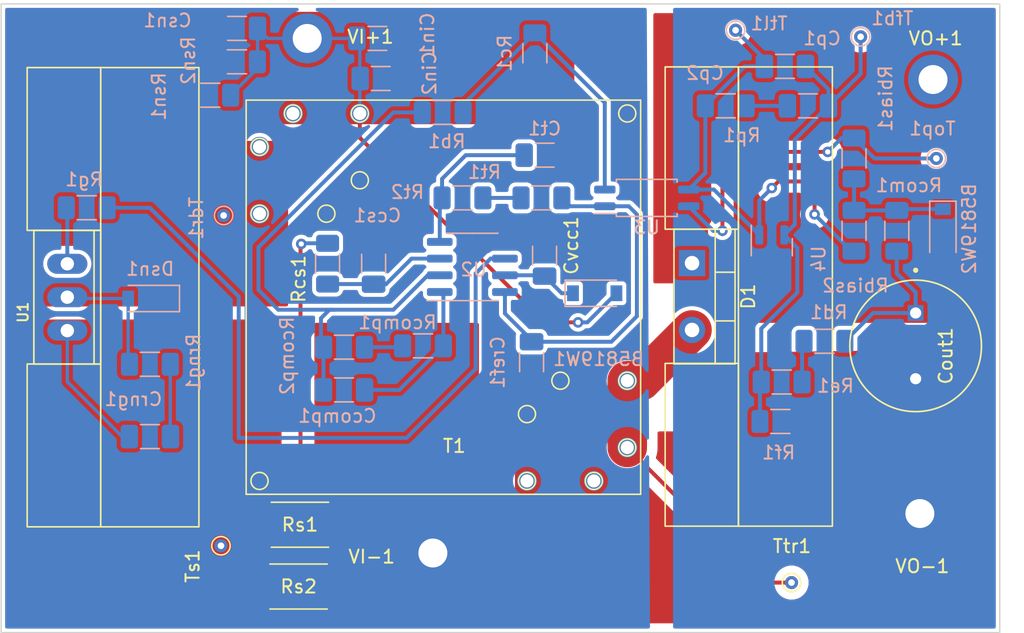
<source format=kicad_pcb>
(kicad_pcb (version 20211014) (generator pcbnew)
  (layers (0 "F.Cu" signal) (31 "B.Cu" signal) (34 "B.Paste" user) (35 "F.Paste" user) (36 "B.SilkS" user "B.Silkscreen") (37 "F.SilkS" user "F.Silkscreen") (38 "B.Mask" user) (39 "F.Mask" user) (44 "Edge.Cuts" user))
  (net 0 "")
  (net 1 "/CVCC")
  (net 2 "Vin")
  (net 3 "Net-(B5819W2-Pad1)")
  (net 4 "GND")
  (net 5 "Net-(Ccomp1-Pad1)")
  (net 6 "Net-(Ccomp1-Pad2)")
  (net 7 "Net-(Ccs1-Pad1)")
  (net 8 "Vout+")
  (net 9 "Vout-")
  (net 10 "Net-(Cp1-Pad1)")
  (net 11 "Net-(Cp1-Pad2)")
  (net 12 "Net-(Cp2-Pad2)")
  (net 13 "Net-(Cref1-Pad1)")
  (net 14 "Net-(Ct1-Pad1)")
  (net 15 "Net-(D1-Pad2)")
  (net 16 "Vdr")
  (net 17 "Net-(Rb1-Pad1)")
  (net 18 "Net-(Rbias1-Pad2)")
  (net 19 "Net-(Rcomp1-Pad1)")
  (net 20 "Vs")
  (net 21 "Net-(Rd1-Pad2)")
  (net 22 "Net-(Rg1-Pad1)")
  (net 23 "Net-(Rt1-Pad2)")
  (net 24 "Net-(Rg1-Pad2)")
  (net 25 "Net-(Rrng1-Pad2)")
  (footprint "MountingHole:MountingHole_2.2mm_M2_DIN965_Pad" (layer "F.Cu") (at 133.5 78.75)
    (fp_text reference "VI-1" (at -4.6482 0.2794) (layer "F.SilkS"))
    (fp_text value "MountingHole_Pad")
    (pad "1" thru_hole circle (at 0 0) (size 3.8 3.8) (drill 2.2) (layers *.Cu *.Mask) (net 4 "GND"))
  )
  (footprint "IRLZ34NPBF:TO-220_with_heatsink" (layer "F.Cu") (at 105.725 59.3 -90)
    (fp_text reference "U1" (at 1.152 3.363 90) (layer "F.SilkS") (effects (font (size 0.787402 0.787402))))
    (fp_text value "IRLZ34NPBF")
    (fp_line (start -5.08 -2.032) (end -5.08 -2.54) (layer "F.SilkS") (width 0.127))
    (fp_line (start 5.08 -2.54) (end 5.08 -2.032) (layer "F.SilkS") (width 0.127))
    (fp_line (start -5.08 2.54) (end -5.08 -2.032) (layer "F.SilkS") (width 0.127))
    (fp_line (start -5.08 -2.54) (end 5.08 -2.54) (layer "F.SilkS") (width 0.127))
    (fp_line (start 5.08 -2.032) (end 5.08 2.54) (layer "F.SilkS") (width 0.127))
    (fp_line (start -5.08 -2.032) (end 5.08 -2.032) (layer "F.SilkS") (width 0.127))
    (fp_line (start 5.08 2.54) (end -5.08 2.54) (layer "F.SilkS") (width 0.127))
    (fp_rect (start -17.46 -2.54) (end 17.46 -10) (layer "F.SilkS") (width 0.12) (fill none))
    (fp_rect (start 5.08 -2.54) (end 17.46 3.05) (layer "F.SilkS") (width 0.12) (fill none))
    (fp_rect (start -17.46 -2.54) (end -5.08 3.05) (layer "F.SilkS") (width 0.12) (fill none))
    (pad "GND" thru_hole oval (at 0 0 270) (size 1.524 3.048) (drill 1.016) (layers *.Cu *.Mask) (net 16 "Vdr"))
    (pad "IN" thru_hole oval (at -2.54 0 270) (size 1.524 3.048) (drill 1.016) (layers *.Cu *.Mask) (net 24 "Net-(Rg1-Pad2)"))
    (pad "OUT" thru_hole oval (at 2.54 0 270) (size 1.524 3.048) (drill 1.016) (layers *.Cu *.Mask) (net 20 "Vs"))
  )
  (footprint "MountingHole:MountingHole_2.2mm_M2_DIN965_Pad" (layer "F.Cu") (at 171.5 42.75)
    (fp_text reference "VO+1" (at 0.204 -3.126 180) (layer "F.SilkS"))
    (fp_text value "MountingHole_Pad")
    (pad "1" thru_hole circle (at 0 0) (size 3.8 3.8) (drill 2.2) (layers *.Cu *.Mask) (net 8 "Vout+"))
  )
  (footprint "Resistor_SMD:R_2512_6332Metric_Pad1.40x3.35mm_HandSolder" (layer "F.Cu") (at 123.4 76.6)
    (fp_text reference "Rs1" (at 0 0) (layer "F.SilkS"))
    (fp_text value "47m")
    (fp_line (start -2.177064 1.71) (end 2.177064 1.71) (layer "F.SilkS") (width 0.12))
    (fp_line (start -2.177064 -1.71) (end 2.177064 -1.71) (layer "F.SilkS") (width 0.12))
    (pad "1" smd roundrect (at -3.05 0) (size 1.4 3.35) (layers "F.Cu" "F.Paste" "F.Mask") (roundrect_rratio 0.1785707143) (net 20 "Vs"))
    (pad "2" smd roundrect (at 3.05 0) (size 1.4 3.35) (layers "F.Cu" "F.Paste" "F.Mask") (roundrect_rratio 0.1785707143) (net 4 "GND"))
  )
  (footprint "IRLZ34NPBF:TO-220-2_Vertical" (layer "F.Cu") (at 153.1575 59.25 -90)
    (fp_text reference "D1" (at 0 -4.302 90) (layer "F.SilkS"))
    (fp_text value "BYV79-200")
    (fp_line (start -5.12 -1.792) (end 5.12 -1.792) (layer "F.SilkS") (width 0.12))
    (fp_line (start -5.12 -3.302) (end 5.12 -3.302) (layer "F.SilkS") (width 0.12))
    (fp_line (start -1.85 -3.302) (end -1.85 -1.792) (layer "F.SilkS") (width 0.12))
    (fp_line (start 5.12 -3.302) (end 5.12 1.339) (layer "F.SilkS") (width 0.12))
    (fp_line (start -5.12 1.339) (end 5.12 1.339) (layer "F.SilkS") (width 0.12))
    (fp_line (start 1.851 -3.302) (end 1.851 -1.792) (layer "F.SilkS") (width 0.12))
    (fp_line (start -5.12 -3.302) (end -5.12 1.339) (layer "F.SilkS") (width 0.12))
    (fp_rect (start -17.46 -10.695) (end 17.46 -3.556) (layer "F.SilkS") (width 0.12) (fill none))
    (fp_rect (start 17.46 -3.556) (end 5.08 2.01) (layer "F.SilkS") (width 0.12) (fill none))
    (fp_rect (start -17.46 -3.556) (end -5.12 2.01) (layer "F.SilkS") (width 0.12) (fill none))
    (pad "1" thru_hole rect (at -2.54 -0.032 270) (size 2 2) (drill 1.1) (layers *.Cu *.Mask) (net 8 "Vout+"))
    (pad "2" thru_hole oval (at 2.54 -0.032 270) (size 2 2) (drill 1.1) (layers *.Cu *.Mask) (net 15 "Net-(D1-Pad2)"))
  )
  (footprint "100SXE18M:CAPPRD500W60D1000H1300" (layer "F.Cu") (at 170.18 63 -90)
    (fp_text reference "Cout1" (at 0.762 -2.286 90) (layer "F.SilkS"))
    (fp_text value "100SXE18M")
    (fp_circle (center -5.75 0) (end -5.65 0) (layer "F.SilkS") (width 0.2) (fill none))
    (fp_circle (center 0 0) (end 5 0) (layer "F.SilkS") (width 0.127) (fill none))
    (pad "1" thru_hole rect locked (at -2.5 0 270) (size 1.2 1.2) (drill 0.85) (layers *.Cu *.Mask) (net 8 "Vout+"))
    (pad "2" thru_hole circle locked (at 2.5 0 270) (size 1.2 1.2) (drill 0.85) (layers *.Cu *.Mask) (net 9 "Vout-"))
  )
  (footprint "flyback_48V_48W:RM12_B65816" (layer "F.Cu") (at 148.27 45.33)
    (fp_text reference "T1" (at -13.142 25.282 unlocked) (layer "F.SilkS"))
    (fp_text value "Transformer_1P_1S")
    (fp_line (start 1.016 28.956) (end 1.016 -1.016) (layer "F.SilkS") (width 0.12))
    (fp_line (start -28.956 28.956) (end 1.016 28.956) (layer "F.SilkS") (width 0.12))
    (fp_line (start -28.956 28.956) (end -28.956 -1.016) (layer "F.SilkS") (width 0.12))
    (fp_line (start -28.956 -1.016) (end 1.016 -1.016) (layer "F.SilkS") (width 0.12))
    (fp_circle (center -27.94 27.94) (end -27.29 27.94) (layer "F.SilkS") (width 0.12) (fill none))
    (fp_circle (center -22.86 7.62) (end -22.21 7.62) (layer "F.SilkS") (width 0.12) (fill none))
    (fp_circle (center 0 0) (end 0.65 0) (layer "F.SilkS") (width 0.12) (fill none))
    (fp_circle (center -25.4 0) (end -24.75 0) (layer "F.SilkS") (width 0.12) (fill none))
    (fp_circle (center 0 20.32) (end 0.65 20.32) (layer "F.SilkS") (width 0.12) (fill none))
    (fp_circle (center 0 25.4) (end 0.65 25.4) (layer "F.SilkS") (width 0.12) (fill none))
    (fp_circle (center -7.62 22.86) (end -6.97 22.86) (layer "F.SilkS") (width 0.12) (fill none))
    (fp_circle (center -5.08 20.32) (end -4.43 20.32) (layer "F.SilkS") (width 0.12) (fill none))
    (fp_circle (center -27.94 7.62) (end -27.29 7.62) (layer "F.SilkS") (width 0.12) (fill none))
    (fp_circle (center -2.54 27.94) (end -1.89 27.94) (layer "F.SilkS") (width 0.12) (fill none))
    (fp_circle (center -27.94 2.54) (end -27.29 2.54) (layer "F.SilkS") (width 0.12) (fill none))
    (fp_circle (center -7.62 27.94) (end -6.97 27.94) (layer "F.SilkS") (width 0.12) (fill none))
    (fp_circle (center -20.32 5.08) (end -19.67 5.08) (layer "F.SilkS") (width 0.12) (fill none))
    (fp_circle (center -20.32 0) (end -19.67 0) (layer "F.SilkS") (width 0.12) (fill none))
    (pad "1" thru_hole circle (at -20.32 0) (size 1.524 1.524) (drill 1) (layers *.Cu *.Mask) (net 2 "Vin"))
    (pad "1" thru_hole circle (at -25.4 0) (size 1.524 1.524) (drill 1) (layers *.Cu *.Mask) (net 2 "Vin"))
    (pad "2" thru_hole circle (at -27.94 2.54) (size 1.524 1.524) (drill 1) (layers *.Cu *.Mask) (net 16 "Vdr"))
    (pad "2" thru_hole circle (at -27.94 7.62) (size 1.524 1.524) (drill 1) (layers *.Cu *.Mask) (net 16 "Vdr"))
    (pad "3" thru_hole circle (at -7.62 27.94) (size 1.524 1.524) (drill 1) (layers *.Cu *.Mask) (net 9 "Vout-"))
    (pad "3" thru_hole circle (at -2.54 27.94) (size 1.524 1.524) (drill 1) (layers *.Cu *.Mask) (net 9 "Vout-"))
    (pad "4" thru_hole circle (at 0 25.4) (size 1.524 1.524) (drill 1) (layers *.Cu *.Mask) (net 15 "Net-(D1-Pad2)"))
    (pad "4" thru_hole circle (at 0 20.32) (size 1.524 1.524) (drill 1) (layers *.Cu *.Mask) (net 15 "Net-(D1-Pad2)"))
  )
  (footprint "MountingHole:MountingHole_2.2mm_M2_DIN965_Pad" (layer "F.Cu") (at 170.5 75.75)
    (fp_text reference "VO-1" (at 0.188 4.006 180) (layer "F.SilkS"))
    (fp_text value "MountingHole_Pad")
    (pad "1" thru_hole circle (at 0 0) (size 3.8 3.8) (drill 2.2) (layers *.Cu *.Mask) (net 9 "Vout-"))
  )
  (footprint "TestPoint:TestPoint_THTPad_D1.0mm_Drill0.5mm" (layer "F.Cu") (at 117.4 78.2 -90)
    (fp_text reference "Ts1" (at 1.55 2.15 90) (layer "F.SilkS"))
    (fp_text value "TestPoint")
    (fp_circle (center 0 0) (end 0 0.7) (layer "F.SilkS") (width 0.12) (fill none))
    (pad "1" thru_hole circle (at 0 0 270) (size 1 1) (drill 0.5) (layers *.Cu *.Mask) (net 20 "Vs"))
  )
  (footprint "Resistor_SMD:R_2512_6332Metric_Pad1.40x3.35mm_HandSolder" (layer "F.Cu") (at 123.3 81.3)
    (fp_text reference "Rs2" (at 0 0) (layer "F.SilkS"))
    (fp_text value "330m")
    (fp_line (start -2.177064 1.71) (end 2.177064 1.71) (layer "F.SilkS") (width 0.12))
    (fp_line (start -2.177064 -1.71) (end 2.177064 -1.71) (layer "F.SilkS") (width 0.12))
    (pad "1" smd roundrect (at -3.05 0) (size 1.4 3.35) (layers "F.Cu" "F.Paste" "F.Mask") (roundrect_rratio 0.1785707143) (net 20 "Vs"))
    (pad "2" smd roundrect (at 3.05 0) (size 1.4 3.35) (layers "F.Cu" "F.Paste" "F.Mask") (roundrect_rratio 0.1785707143) (net 4 "GND"))
  )
  (footprint "TestPoint:TestPoint_THTPad_D1.0mm_Drill0.5mm" (layer "F.Cu") (at 160.75 81)
    (fp_text reference "Ttr1" (at 0.032 -2.768) (layer "F.SilkS"))
    (fp_text value "TestPoint")
    (fp_circle (center 0 0) (end 0 0.7) (layer "F.SilkS") (width 0.12) (fill none))
    (pad "1" thru_hole circle (at 0 0) (size 1 1) (drill 0.5) (layers *.Cu *.Mask) (net 15 "Net-(D1-Pad2)"))
  )
  (footprint "MountingHole:MountingHole_2.2mm_M2_DIN965_Pad" (layer "F.Cu") (at 123.952 39.624)
    (fp_text reference "VI+1" (at 4.806 -0.122) (layer "F.SilkS"))
    (fp_text value "MountingHole_Pad")
    (pad "1" thru_hole circle (at 0 0) (size 3.8 3.8) (drill 2.2) (layers *.Cu *.Mask) (net 2 "Vin"))
  )
  (footprint "TestPoint:TestPoint_THTPad_D1.0mm_Drill0.5mm" (layer "B.Cu") (at 171.75 48.75 180)
    (fp_text reference "Top1" (at 0.3 2.268) (layer "B.SilkS") (effects (justify mirror)))
    (fp_text value "TestPoint")
    (fp_circle (center 0 0) (end 0 -0.7) (layer "B.SilkS") (width 0.12) (fill none))
    (pad "1" thru_hole circle (at 0 0 180) (size 1 1) (drill 0.5) (layers *.Cu *.Mask) (net 18 "Net-(Rbias1-Pad2)"))
  )
  (footprint "Resistor_SMD:R_1206_3216Metric_Pad1.30x1.75mm_HandSolder" (layer "B.Cu") (at 118.618 41.402 180)
    (fp_text reference "Rsn2" (at 3.7 0.1 90) (layer "B.SilkS") (effects (justify mirror)))
    (fp_text value "10k")
    (fp_line (start -0.727064 -0.91) (end 0.727064 -0.91) (layer "B.SilkS") (width 0.12))
    (fp_line (start -0.727064 0.91) (end 0.727064 0.91) (layer "B.SilkS") (width 0.12))
    (pad "1" smd roundrect (at -1.55 0 180) (size 1.3 1.75) (layers "B.Cu" "B.Paste" "B.Mask") (roundrect_rratio 0.1923076923) (net 2 "Vin"))
    (pad "2" smd roundrect (at 1.55 0 180) (size 1.3 1.75) (layers "B.Cu" "B.Paste" "B.Mask") (roundrect_rratio 0.1923076923) (net 4 "GND"))
  )
  (footprint "Resistor_SMD:R_1206_3216Metric_Pad1.30x1.75mm_HandSolder" (layer "B.Cu") (at 112 64.4)
    (fp_text reference "Rrng1" (at 3.316 -0.138 90) (layer "B.SilkS") (effects (justify mirror)))
    (fp_text value "10")
    (fp_line (start -0.727064 0.91) (end 0.727064 0.91) (layer "B.SilkS") (width 0.12))
    (fp_line (start -0.727064 -0.91) (end 0.727064 -0.91) (layer "B.SilkS") (width 0.12))
    (pad "1" smd roundrect (at -1.55 0) (size 1.3 1.75) (layers "B.Cu" "B.Paste" "B.Mask") (roundrect_rratio 0.1923076923) (net 16 "Vdr"))
    (pad "2" smd roundrect (at 1.55 0) (size 1.3 1.75) (layers "B.Cu" "B.Paste" "B.Mask") (roundrect_rratio 0.1923076923) (net 25 "Net-(Rrng1-Pad2)"))
  )
  (footprint "Resistor_SMD:R_1206_3216Metric_Pad1.30x1.75mm_HandSolder" (layer "B.Cu") (at 107.2 52.5 180)
    (fp_text reference "Rg1" (at 0.2 2.15) (layer "B.SilkS") (effects (justify mirror)))
    (fp_text value "10")
    (fp_line (start -0.727064 -0.91) (end 0.727064 -0.91) (layer "B.SilkS") (width 0.12))
    (fp_line (start -0.727064 0.91) (end 0.727064 0.91) (layer "B.SilkS") (width 0.12))
    (pad "1" smd roundrect (at -1.55 0 180) (size 1.3 1.75) (layers "B.Cu" "B.Paste" "B.Mask") (roundrect_rratio 0.1923076923) (net 22 "Net-(Rg1-Pad1)"))
    (pad "2" smd roundrect (at 1.55 0 180) (size 1.3 1.75) (layers "B.Cu" "B.Paste" "B.Mask") (roundrect_rratio 0.1923076923) (net 24 "Net-(Rg1-Pad2)"))
  )
  (footprint "Capacitor_SMD:C_1206_3216Metric_Pad1.33x1.80mm_HandSolder" (layer "B.Cu") (at 129 56.75 90)
    (fp_text reference "Ccs1" (at 3.664 0.286 180) (layer "B.SilkS") (effects (justify mirror)))
    (fp_text value "470p")
    (fp_line (start -0.711252 -0.91) (end 0.711252 -0.91) (layer "B.SilkS") (width 0.12))
    (fp_line (start -0.711252 0.91) (end 0.711252 0.91) (layer "B.SilkS") (width 0.12))
    (pad "1" smd roundrect (at -1.5625 0 90) (size 1.325 1.8) (layers "B.Cu" "B.Paste" "B.Mask") (roundrect_rratio 0.1886792453) (net 7 "Net-(Ccs1-Pad1)"))
    (pad "2" smd roundrect (at 1.5625 0 90) (size 1.325 1.8) (layers "B.Cu" "B.Paste" "B.Mask") (roundrect_rratio 0.1886792453) (net 4 "GND"))
  )
  (footprint "Resistor_SMD:R_1206_3216Metric_Pad1.30x1.75mm_HandSolder" (layer "B.Cu") (at 116.586 43.942 180)
    (fp_text reference "Rsn1" (at 3.9 -0.098 90) (layer "B.SilkS") (effects (justify mirror)))
    (fp_text value "10k")
    (fp_line (start -0.727064 -0.91) (end 0.727064 -0.91) (layer "B.SilkS") (width 0.12))
    (fp_line (start -0.727064 0.91) (end 0.727064 0.91) (layer "B.SilkS") (width 0.12))
    (pad "1" smd roundrect (at -1.55 0 180) (size 1.3 1.75) (layers "B.Cu" "B.Paste" "B.Mask") (roundrect_rratio 0.1923076923) (net 2 "Vin"))
    (pad "2" smd roundrect (at 1.55 0 180) (size 1.3 1.75) (layers "B.Cu" "B.Paste" "B.Mask") (roundrect_rratio 0.1923076923) (net 4 "GND"))
  )
  (footprint "Resistor_SMD:R_1206_3216Metric_Pad1.30x1.75mm_HandSolder" (layer "B.Cu") (at 126.75 63.1)
    (fp_text reference "Rcomp2" (at -4.322 0.654 90) (layer "B.SilkS") (effects (justify mirror)))
    (fp_text value "2.2k")
    (fp_line (start -0.727064 0.91) (end 0.727064 0.91) (layer "B.SilkS") (width 0.12))
    (fp_line (start -0.727064 -0.91) (end 0.727064 -0.91) (layer "B.SilkS") (width 0.12))
    (pad "1" smd roundrect (at -1.55 0) (size 1.3 1.75) (layers "B.Cu" "B.Paste" "B.Mask") (roundrect_rratio 0.1923076923) (net 5 "Net-(Ccomp1-Pad1)"))
    (pad "2" smd roundrect (at 1.55 0) (size 1.3 1.75) (layers "B.Cu" "B.Paste" "B.Mask") (roundrect_rratio 0.1923076923) (net 19 "Net-(Rcomp1-Pad1)"))
  )
  (footprint "Package_SO:SOIC-8_3.9x4.9mm_P1.27mm" (layer "B.Cu") (at 136.5 57)
    (fp_text reference "U2" (at 0.1 0.2) (layer "B.SilkS") (effects (justify mirror)))
    (fp_text value "UC3843_SOIC8")
    (fp_line (start 0 -2.56) (end 1.95 -2.56) (layer "B.SilkS") (width 0.12))
    (fp_line (start 0 2.56) (end 1.95 2.56) (layer "B.SilkS") (width 0.12))
    (fp_line (start 0 2.56) (end -3.45 2.56) (layer "B.SilkS") (width 0.12))
    (fp_line (start 0 -2.56) (end -1.95 -2.56) (layer "B.SilkS") (width 0.12))
    (pad "1" smd roundrect (at -2.475 1.905) (size 1.95 0.6) (layers "B.Cu" "B.Paste" "B.Mask") (net 6 "Net-(Ccomp1-Pad2)"))
    (pad "2" smd roundrect (at -2.475 0.635) (size 1.95 0.6) (layers "B.Cu" "B.Paste" "B.Mask") (net 5 "Net-(Ccomp1-Pad1)"))
    (pad "3" smd roundrect (at -2.475 -0.635) (size 1.95 0.6) (layers "B.Cu" "B.Paste" "B.Mask") (net 7 "Net-(Ccs1-Pad1)"))
    (pad "4" smd roundrect (at -2.475 -1.905) (size 1.95 0.6) (layers "B.Cu" "B.Paste" "B.Mask") (net 14 "Net-(Ct1-Pad1)"))
    (pad "5" smd roundrect (at 2.475 -1.905) (size 1.95 0.6) (layers "B.Cu" "B.Paste" "B.Mask") (net 4 "GND"))
    (pad "6" smd roundrect (at 2.475 -0.635) (size 1.95 0.6) (layers "B.Cu" "B.Paste" "B.Mask") (net 22 "Net-(Rg1-Pad1)"))
    (pad "7" smd roundrect (at 2.475 0.635) (size 1.95 0.6) (layers "B.Cu" "B.Paste" "B.Mask") (net 1 "/CVCC"))
    (pad "8" smd roundrect (at 2.475 1.905) (size 1.95 0.6) (layers "B.Cu" "B.Paste" "B.Mask") (net 13 "Net-(Cref1-Pad1)"))
  )
  (footprint "Package_SO:SOP-4_4.4x2.6mm_P1.27mm" (layer "B.Cu") (at 149.75 51.75)
    (fp_text reference "U3" (at 0 2.25) (layer "B.SilkS") (effects (justify mirror)))
    (fp_text value "TCMT1107")
    (fp_line (start 2.31 1.41) (end 2.31 1.195) (layer "B.SilkS") (width 0.12))
    (fp_line (start 0 1.41) (end -2.31 1.41) (layer "B.SilkS") (width 0.12))
    (fp_line (start 2.31 -1.41) (end 2.31 -1.195) (layer "B.SilkS") (width 0.12))
    (fp_line (start -2.31 -1.41) (end -2.31 -1.195) (layer "B.SilkS") (width 0.12))
    (fp_line (start 0 1.41) (end 2.31 1.41) (layer "B.SilkS") (width 0.12))
    (fp_line (start -2.31 1.41) (end -2.31 1.195) (layer "B.SilkS") (width 0.12))
    (fp_line (start -2.31 1.195) (end -4 1.195) (layer "B.SilkS") (width 0.12))
    (fp_line (start 0 -1.41) (end -2.31 -1.41) (layer "B.SilkS") (width 0.12))
    (fp_line (start 0 -1.41) (end 2.31 -1.41) (layer "B.SilkS") (width 0.12))
    (pad "1" smd roundrect (at -3.1875 0.635) (size 1.625 0.6) (layers "B.Cu" "B.Paste" "B.Mask") (net 13 "Net-(Cref1-Pad1)"))
    (pad "2" smd roundrect (at -3.1875 -0.635) (size 1.625 0.6) (layers "B.Cu" "B.Paste" "B.Mask") (net 17 "Net-(Rb1-Pad1)"))
    (pad "3" smd roundrect (at 3.1875 -0.635) (size 1.625 0.6) (layers "B.Cu" "B.Paste" "B.Mask") (net 12 "Net-(Cp2-Pad2)"))
    (pad "4" smd roundrect (at 3.1875 0.635) (size 1.625 0.6) (layers "B.Cu" "B.Paste" "B.Mask") (net 18 "Net-(Rbias1-Pad2)"))
  )
  (footprint "Capacitor_SMD:C_1206_3216Metric_Pad1.33x1.80mm_HandSolder" (layer "B.Cu") (at 141 64.25 -90)
    (fp_text reference "Cref1" (at 0.012 2.57 90) (layer "B.SilkS") (effects (justify mirror)))
    (fp_text value "1u")
    (fp_line (start -0.711252 -0.91) (end 0.711252 -0.91) (layer "B.SilkS") (width 0.12))
    (fp_line (start -0.711252 0.91) (end 0.711252 0.91) (layer "B.SilkS") (width 0.12))
    (pad "1" smd roundrect (at -1.5625 0 270) (size 1.325 1.8) (layers "B.Cu" "B.Paste" "B.Mask") (roundrect_rratio 0.1886792453) (net 13 "Net-(Cref1-Pad1)"))
    (pad "2" smd roundrect (at 1.5625 0 270) (size 1.325 1.8) (layers "B.Cu" "B.Paste" "B.Mask") (roundrect_rratio 0.1886792453) (net 4 "GND"))
  )
  (footprint "Capacitor_SMD:C_1206_3216Metric_Pad1.33x1.80mm_HandSolder" (layer "B.Cu") (at 112 69.9 180)
    (fp_text reference "Crng1" (at 1.256 2.844) (layer "B.SilkS") (effects (justify mirror)))
    (fp_text value "470p")
    (fp_line (start -0.711252 -0.91) (end 0.711252 -0.91) (layer "B.SilkS") (width 0.12))
    (fp_line (start -0.711252 0.91) (end 0.711252 0.91) (layer "B.SilkS") (width 0.12))
    (pad "1" smd roundrect (at -1.5625 0 180) (size 1.325 1.8) (layers "B.Cu" "B.Paste" "B.Mask") (roundrect_rratio 0.1886792453) (net 25 "Net-(Rrng1-Pad2)"))
    (pad "2" smd roundrect (at 1.5625 0 180) (size 1.325 1.8) (layers "B.Cu" "B.Paste" "B.Mask") (roundrect_rratio 0.1886792453) (net 20 "Vs"))
  )
  (footprint "Capacitor_SMD:C_1206_3216Metric_Pad1.33x1.80mm_HandSolder" (layer "B.Cu") (at 160.25 41.75 180)
    (fp_text reference "Cp2" (at 6.072 -0.508) (layer "B.SilkS") (effects (justify mirror)))
    (fp_text value "220p")
    (fp_line (start -0.711252 0.91) (end 0.711252 0.91) (layer "B.SilkS") (width 0.12))
    (fp_line (start -0.711252 -0.91) (end 0.711252 -0.91) (layer "B.SilkS") (width 0.12))
    (pad "1" smd roundrect (at -1.5625 0 180) (size 1.325 1.8) (layers "B.Cu" "B.Paste" "B.Mask") (roundrect_rratio 0.1886792453) (net 10 "Net-(Cp1-Pad1)"))
    (pad "2" smd roundrect (at 1.5625 0 180) (size 1.325 1.8) (layers "B.Cu" "B.Paste" "B.Mask") (roundrect_rratio 0.1886792453) (net 12 "Net-(Cp2-Pad2)"))
  )
  (footprint "Capacitor_SMD:C_1206_3216Metric_Pad1.33x1.80mm_HandSolder" (layer "B.Cu") (at 142 48.5)
    (fp_text reference "Ct1" (at -0.014 -2.018) (layer "B.SilkS") (effects (justify mirror)))
    (fp_text value "1n")
    (fp_line (start -0.711252 -0.91) (end 0.711252 -0.91) (layer "B.SilkS") (width 0.12))
    (fp_line (start -0.711252 0.91) (end 0.711252 0.91) (layer "B.SilkS") (width 0.12))
    (pad "1" smd roundrect (at -1.5625 0) (size 1.325 1.8) (layers "B.Cu" "B.Paste" "B.Mask") (roundrect_rratio 0.1886792453) (net 14 "Net-(Ct1-Pad1)"))
    (pad "2" smd roundrect (at 1.5625 0) (size 1.325 1.8) (layers "B.Cu" "B.Paste" "B.Mask") (roundrect_rratio 0.1886792453) (net 4 "GND"))
  )
  (footprint "Resistor_SMD:R_1206_3216Metric_Pad1.30x1.75mm_HandSolder" (layer "B.Cu") (at 160 65.75 180)
    (fp_text reference "Re1" (at -4.084 -0.29) (layer "B.SilkS") (effects (justify mirror)))
    (fp_text value "10k")
    (fp_line (start -0.727064 0.91) (end 0.727064 0.91) (layer "B.SilkS") (width 0.12))
    (fp_line (start -0.727064 -0.91) (end 0.727064 -0.91) (layer "B.SilkS") (width 0.12))
    (pad "1" smd roundrect (at -1.55 0 180) (size 1.3 1.75) (layers "B.Cu" "B.Paste" "B.Mask") (roundrect_rratio 0.1923076923) (net 21 "Net-(Rd1-Pad2)"))
    (pad "2" smd roundrect (at 1.55 0 180) (size 1.3 1.75) (layers "B.Cu" "B.Paste" "B.Mask") (roundrect_rratio 0.1923076923) (net 10 "Net-(Cp1-Pad1)"))
  )
  (footprint "Resistor_SMD:R_1206_3216Metric_Pad1.30x1.75mm_HandSolder" (layer "B.Cu") (at 159.9 68.75)
    (fp_text reference "Rf1" (at -0.134 2.37) (layer "B.SilkS") (effects (justify mirror)))
    (fp_text value "4.7k")
    (fp_line (start -0.727064 0.91) (end 0.727064 0.91) (layer "B.SilkS") (width 0.12))
    (fp_line (start -0.727064 -0.91) (end 0.727064 -0.91) (layer "B.SilkS") (width 0.12))
    (pad "1" smd roundrect (at -1.55 0) (size 1.3 1.75) (layers "B.Cu" "B.Paste" "B.Mask") (roundrect_rratio 0.1923076923) (net 10 "Net-(Cp1-Pad1)"))
    (pad "2" smd roundrect (at 1.55 0) (size 1.3 1.75) (layers "B.Cu" "B.Paste" "B.Mask") (roundrect_rratio 0.1923076923) (net 9 "Vout-"))
  )
  (footprint "Resistor_SMD:R_1206_3216Metric_Pad1.30x1.75mm_HandSolder" (layer "B.Cu") (at 141.75 51.75 180)
    (fp_text reference "Rt1" (at 4.336 1.966) (layer "B.SilkS") (effects (justify mirror)))
    (fp_text value "33k")
    (fp_line (start -0.727064 0.91) (end 0.727064 0.91) (layer "B.SilkS") (width 0.12))
    (fp_line (start -0.727064 -0.91) (end 0.727064 -0.91) (layer "B.SilkS") (width 0.12))
    (pad "1" smd roundrect (at -1.55 0 180) (size 1.3 1.75) (layers "B.Cu" "B.Paste" "B.Mask") (roundrect_rratio 0.1923076923) (net 13 "Net-(Cref1-Pad1)"))
    (pad "2" smd roundrect (at 1.55 0 180) (size 1.3 1.75) (layers "B.Cu" "B.Paste" "B.Mask") (roundrect_rratio 0.1923076923) (net 23 "Net-(Rt1-Pad2)"))
  )
  (footprint "Diode_SMD:D_SOD-123" (layer "B.Cu") (at 112 59.4 180)
    (fp_text reference "Dsn1" (at -0.014 2.25 180) (layer "B.SilkS") (effects (justify mirror)))
    (fp_text value "D")
    (fp_line (start -2.25 1) (end 1.65 1) (layer "B.SilkS") (width 0.12))
    (fp_line (start -2.25 -1) (end 1.65 -1) (layer "B.SilkS") (width 0.12))
    (fp_line (start -2.25 1) (end -2.25 -1) (layer "B.SilkS") (width 0.12))
    (pad "1" smd rect (at -1.65 0 180) (size 0.9 1.2) (layers "B.Cu" "B.Paste" "B.Mask") (net 4 "GND"))
    (pad "2" smd rect (at 1.65 0 180) (size 0.9 1.2) (layers "B.Cu" "B.Paste" "B.Mask") (net 16 "Vdr"))
  )
  (footprint "Diode_SMD:D_SOD-123" (layer "B.Cu") (at 145.796 59)
    (fp_text reference "B5819W1" (at 0.292 5.008) (layer "B.SilkS") (effects (justify mirror)))
    (fp_text value "D_Schottky")
    (fp_line (start -2.25 1) (end -2.25 -1) (layer "B.SilkS") (width 0.12))
    (fp_line (start -2.25 1) (end 1.65 1) (layer "B.SilkS") (width 0.12))
    (fp_line (start -2.25 -1) (end 1.65 -1) (layer "B.SilkS") (width 0.12))
    (pad "1" smd rect (at -1.65 0) (size 0.9 1.2) (layers "B.Cu" "B.Paste" "B.Mask") (net 1 "/CVCC"))
    (pad "2" smd rect (at 1.65 0) (size 0.9 1.2) (layers "B.Cu" "B.Paste" "B.Mask") (net 2 "Vin"))
  )
  (footprint "Capacitor_SMD:C_1206_3216Metric_Pad1.33x1.80mm_HandSolder" (layer "B.Cu") (at 162 44.75 180)
    (fp_text reference "Cp1" (at -1.068 5.126) (layer "B.SilkS") (effects (justify mirror)))
    (fp_text value "2.2n")
    (fp_line (start -0.711252 -0.91) (end 0.711252 -0.91) (layer "B.SilkS") (width 0.12))
    (fp_line (start -0.711252 0.91) (end 0.711252 0.91) (layer "B.SilkS") (width 0.12))
    (pad "1" smd roundrect (at -1.5625 0 180) (size 1.325 1.8) (layers "B.Cu" "B.Paste" "B.Mask") (roundrect_rratio 0.1886792453) (net 10 "Net-(Cp1-Pad1)"))
    (pad "2" smd roundrect (at 1.5625 0 180) (size 1.325 1.8) (layers "B.Cu" "B.Paste" "B.Mask") (roundrect_rratio 0.1886792453) (net 11 "Net-(Cp1-Pad2)"))
  )
  (footprint "Resistor_SMD:R_1206_3216Metric_Pad1.30x1.75mm_HandSolder" (layer "B.Cu") (at 132.75 63)
    (fp_text reference "Rcomp1" (at -1.94 -1.786 180) (layer "B.SilkS") (effects (justify mirror)))
    (fp_text value "2.2k")
    (fp_line (start -0.727064 0.91) (end 0.727064 0.91) (layer "B.SilkS") (width 0.12))
    (fp_line (start -0.727064 -0.91) (end 0.727064 -0.91) (layer "B.SilkS") (width 0.12))
    (pad "1" smd roundrect (at -1.55 0) (size 1.3 1.75) (layers "B.Cu" "B.Paste" "B.Mask") (roundrect_rratio 0.1923076923) (net 19 "Net-(Rcomp1-Pad1)"))
    (pad "2" smd roundrect (at 1.55 0) (size 1.3 1.75) (layers "B.Cu" "B.Paste" "B.Mask") (roundrect_rratio 0.1923076923) (net 6 "Net-(Ccomp1-Pad2)"))
  )
  (footprint "Capacitor_SMD:C_1206_3216Metric_Pad1.33x1.80mm_HandSolder" (layer "B.Cu") (at 118.618 38.862 180)
    (fp_text reference "Csn1" (at 5.2836 0.6022) (layer "B.SilkS") (effects (justify mirror)))
    (fp_text value "1n")
    (fp_line (start -0.711252 -0.91) (end 0.711252 -0.91) (layer "B.SilkS") (width 0.12))
    (fp_line (start -0.711252 0.91) (end 0.711252 0.91) (layer "B.SilkS") (width 0.12))
    (pad "1" smd roundrect (at -1.5625 0 180) (size 1.325 1.8) (layers "B.Cu" "B.Paste" "B.Mask") (roundrect_rratio 0.1886792453) (net 2 "Vin"))
    (pad "2" smd roundrect (at 1.5625 0 180) (size 1.325 1.8) (layers "B.Cu" "B.Paste" "B.Mask") (roundrect_rratio 0.1886792453) (net 4 "GND"))
  )
  (footprint "Capacitor_SMD:C_1206_3216Metric_Pad1.33x1.80mm_HandSolder" (layer "B.Cu") (at 129.54 42.672)
    (fp_text reference "Cin2" (at 3.7 -0.396 90) (layer "B.SilkS") (effects (justify mirror)))
    (fp_text value "1u")
    (fp_line (start -0.711252 0.91) (end 0.711252 0.91) (layer "B.SilkS") (width 0.12))
    (fp_line (start -0.711252 -0.91) (end 0.711252 -0.91) (layer "B.SilkS") (width 0.12))
    (pad "1" smd roundrect (at -1.5625 0) (size 1.325 1.8) (layers "B.Cu" "B.Paste" "B.Mask") (roundrect_rratio 0.1886792453) (net 2 "Vin"))
    (pad "2" smd roundrect (at 1.5625 0) (size 1.325 1.8) (layers "B.Cu" "B.Paste" "B.Mask") (roundrect_rratio 0.1886792453) (net 4 "GND"))
  )
  (footprint "Resistor_SMD:R_1206_3216Metric_Pad1.30x1.75mm_HandSolder" (layer "B.Cu") (at 165.5 54.25 -90)
    (fp_text reference "Rbias2" (at 4.17 -0.108) (layer "B.SilkS") (effects (justify mirror)))
    (fp_text value "3.9k")
    (fp_line (start -0.727064 -0.91) (end 0.727064 -0.91) (layer "B.SilkS") (width 0.12))
    (fp_line (start -0.727064 0.91) (end 0.727064 0.91) (layer "B.SilkS") (width 0.12))
    (pad "1" smd roundrect (at -1.55 0 270) (size 1.3 1.75) (layers "B.Cu" "B.Paste" "B.Mask") (roundrect_rratio 0.1923076923) (net 3 "Net-(B5819W2-Pad1)"))
    (pad "2" smd roundrect (at 1.55 0 270) (size 1.3 1.75) (layers "B.Cu" "B.Paste" "B.Mask") (roundrect_rratio 0.1923076923) (net 12 "Net-(Cp2-Pad2)"))
  )
  (footprint "Resistor_SMD:R_1206_3216Metric_Pad1.30x1.75mm_HandSolder" (layer "B.Cu") (at 135.75 51.75 180)
    (fp_text reference "Rt2" (at 4.178 0.442) (layer "B.SilkS") (effects (justify mirror)))
    (fp_text value "1.5k")
    (fp_line (start -0.727064 -0.91) (end 0.727064 -0.91) (layer "B.SilkS") (width 0.12))
    (fp_line (start -0.727064 0.91) (end 0.727064 0.91) (layer "B.SilkS") (width 0.12))
    (pad "1" smd roundrect (at -1.55 0 180) (size 1.3 1.75) (layers "B.Cu" "B.Paste" "B.Mask") (roundrect_rratio 0.1923076923) (net 23 "Net-(Rt1-Pad2)"))
    (pad "2" smd roundrect (at 1.55 0 180) (size 1.3 1.75) (layers "B.Cu" "B.Paste" "B.Mask") (roundrect_rratio 0.1923076923) (net 14 "Net-(Ct1-Pad1)"))
  )
  (footprint "Package_TO_SOT_SMD:SOT-23" (layer "B.Cu") (at 159.25 55.5 -90)
    (fp_text reference "U4" (at 0.888 -3.564 90) (layer "B.SilkS") (effects (justify mirror)))
    (fp_text value "TL431DBZ")
    (fp_line (start 0 -1.56) (end 0.65 -1.56) (layer "B.SilkS") (width 0.12))
    (fp_line (start 0 1.56) (end -1.675 1.56) (layer "B.SilkS") (width 0.12))
    (fp_line (start 0 -1.56) (end -0.65 -1.56) (layer "B.SilkS") (width 0.12))
    (fp_line (start 0 1.56) (end 0.65 1.56) (layer "B.SilkS") (width 0.12))
    (pad "1" smd roundrect (at -0.9375 0.95 270) (size 1.475 0.6) (layers "B.Cu" "B.Paste" "B.Mask") (net 12 "Net-(Cp2-Pad2)"))
    (pad "2" smd roundrect (at -0.9375 -0.95 270) (size 1.475 0.6) (layers "B.Cu" "B.Paste" "B.Mask") (net 10 "Net-(Cp1-Pad1)"))
    (pad "3" smd roundrect (at 0.9375 0 270) (size 1.475 0.6) (layers "B.Cu" "B.Paste" "B.Mask") (net 9 "Vout-"))
  )
  (footprint "Resistor_SMD:R_1206_3216Metric_Pad1.30x1.75mm_HandSolder" (layer "B.Cu") (at 141.25 40.75 -90)
    (fp_text reference "Rc1" (at 0 2.286 90) (layer "B.SilkS") (effects (justify mirror)))
    (fp_text value "1k")
    (fp_line (start -0.727064 0.91) (end 0.727064 0.91) (layer "B.SilkS") (width 0.12))
    (fp_line (start -0.727064 -0.91) (end 0.727064 -0.91) (layer "B.SilkS") (width 0.12))
    (pad "1" smd roundrect (at -1.55 0 270) (size 1.3 1.75) (layers "B.Cu" "B.Paste" "B.Mask") (roundrect_rratio 0.1923076923) (net 17 "Net-(Rb1-Pad1)"))
    (pad "2" smd roundrect (at 1.55 0 270) (size 1.3 1.75) (layers "B.Cu" "B.Paste" "B.Mask") (roundrect_rratio 0.1923076923) (net 4 "GND"))
  )
  (footprint "Resistor_SMD:R_1206_3216Metric_Pad1.30x1.75mm_HandSolder" (layer "B.Cu") (at 165.5 48.75 90)
    (fp_text reference "Rbias1" (at 4.554 2.394 90) (layer "B.SilkS") (effects (justify mirror)))
    (fp_text value "3.9k")
    (fp_line (start -0.727064 0.91) (end 0.727064 0.91) (layer "B.SilkS") (width 0.12))
    (fp_line (start -0.727064 -0.91) (end 0.727064 -0.91) (layer "B.SilkS") (width 0.12))
    (pad "1" smd roundrect (at -1.55 0 90) (size 1.3 1.75) (layers "B.Cu" "B.Paste" "B.Mask") (roundrect_rratio 0.1923076923) (net 3 "Net-(B5819W2-Pad1)"))
    (pad "2" smd roundrect (at 1.55 0 90) (size 1.3 1.75) (layers "B.Cu" "B.Paste" "B.Mask") (roundrect_rratio 0.1923076923) (net 18 "Net-(Rbias1-Pad2)"))
  )
  (footprint "TestPoint:TestPoint_THTPad_D1.0mm_Drill0.5mm" (layer "B.Cu") (at 166 39.5 180)
    (fp_text reference "Tfb1" (at -2.402 1.4) (layer "B.SilkS") (effects (justify mirror)))
    (fp_text value "TestPoint")
    (fp_circle (center 0 0) (end 0 -0.7) (layer "B.SilkS") (width 0.12) (fill none))
    (pad "1" thru_hole circle (at 0 0 180) (size 1 1) (drill 0.5) (layers *.Cu *.Mask) (net 10 "Net-(Cp1-Pad1)"))
  )
  (footprint "Resistor_SMD:R_1206_3216Metric_Pad1.30x1.75mm_HandSolder" (layer "B.Cu") (at 134.25 45.25 180)
    (fp_text reference "Rb1" (at -0.3 -2.2) (layer "B.SilkS") (effects (justify mirror)))
    (fp_text value "2.2k")
    (fp_line (start -0.727064 0.91) (end 0.727064 0.91) (layer "B.SilkS") (width 0.12))
    (fp_line (start -0.727064 -0.91) (end 0.727064 -0.91) (layer "B.SilkS") (width 0.12))
    (pad "1" smd roundrect (at -1.55 0 180) (size 1.3 1.75) (layers "B.Cu" "B.Paste" "B.Mask") (roundrect_rratio 0.1923076923) (net 17 "Net-(Rb1-Pad1)"))
    (pad "2" smd roundrect (at 1.55 0 180) (size 1.3 1.75) (layers "B.Cu" "B.Paste" "B.Mask") (roundrect_rratio 0.1923076923) (net 5 "Net-(Ccomp1-Pad1)"))
  )
  (footprint "Diode_SMD:D_SOD-123" (layer "B.Cu") (at 172.25 54.25 -90)
    (fp_text reference "B5819W2" (at -0.148 -1.994 90) (layer "B.SilkS") (effects (justify mirror)))
    (fp_text value "D_Schottky")
    (fp_line (start -2.25 -1) (end 1.65 -1) (layer "B.SilkS") (width 0.12))
    (fp_line (start -2.25 1) (end -2.25 -1) (layer "B.SilkS") (width 0.12))
    (fp_line (start -2.25 1) (end 1.65 1) (layer "B.SilkS") (width 0.12))
    (pad "1" smd rect (at -1.65 0 270) (size 0.9 1.2) (layers "B.Cu" "B.Paste" "B.Mask") (net 3 "Net-(B5819W2-Pad1)"))
    (pad "2" smd rect (at 1.65 0 270) (size 0.9 1.2) (layers "B.Cu" "B.Paste" "B.Mask") (net 9 "Vout-"))
  )
  (footprint "Capacitor_SMD:C_1206_3216Metric_Pad1.33x1.80mm_HandSolder" (layer "B.Cu") (at 126.75 66.35)
    (fp_text reference "Ccomp1" (at -0.512 1.976) (layer "B.SilkS") (effects (justify mirror)))
    (fp_text value "2.2n")
    (fp_line (start -0.711252 -0.91) (end 0.711252 -0.91) (layer "B.SilkS") (width 0.12))
    (fp_line (start -0.711252 0.91) (end 0.711252 0.91) (layer "B.SilkS") (width 0.12))
    (pad "1" smd roundrect (at -1.5625 0) (size 1.325 1.8) (layers "B.Cu" "B.Paste" "B.Mask") (roundrect_rratio 0.1886792453) (net 5 "Net-(Ccomp1-Pad1)"))
    (pad "2" smd roundrect (at 1.5625 0) (size 1.325 1.8) (layers "B.Cu" "B.Paste" "B.Mask") (roundrect_rratio 0.1886792453) (net 6 "Net-(Ccomp1-Pad2)"))
  )
  (footprint "Resistor_SMD:R_1206_3216Metric_Pad1.30x1.75mm_HandSolder" (layer "B.Cu") (at 155.75 44.75 180)
    (fp_text reference "Rp1" (at -1.222 -2.24) (layer "B.SilkS") (effects (justify mirror)))
    (fp_text value "22k")
    (fp_line (start -0.727064 -0.91) (end 0.727064 -0.91) (layer "B.SilkS") (width 0.12))
    (fp_line (start -0.727064 0.91) (end 0.727064 0.91) (layer "B.SilkS") (width 0.12))
    (pad "1" smd roundrect (at -1.55 0 180) (size 1.3 1.75) (layers "B.Cu" "B.Paste" "B.Mask") (roundrect_rratio 0.1923076923) (net 11 "Net-(Cp1-Pad2)"))
    (pad "2" smd roundrect (at 1.55 0 180) (size 1.3 1.75) (layers "B.Cu" "B.Paste" "B.Mask") (roundrect_rratio 0.1923076923) (net 12 "Net-(Cp2-Pad2)"))
  )
  (footprint "TestPoint:TestPoint_THTPad_D1.0mm_Drill0.5mm" (layer "B.Cu") (at 156.5 39 180)
    (fp_text reference "Ttl1" (at -2.54 0.508) (layer "B.SilkS") (effects (justify mirror)))
    (fp_text value "TestPoint")
    (fp_circle (center 0 0) (end 0 -0.7) (layer "B.SilkS") (width 0.12) (fill none))
    (pad "1" thru_hole circle (at 0 0 180) (size 1 1) (drill 0.5) (layers *.Cu *.Mask) (net 12 "Net-(Cp2-Pad2)"))
  )
  (footprint "Capacitor_SMD:C_1206_3216Metric_Pad1.33x1.80mm_HandSolder" (layer "B.Cu") (at 141.986 56.134 90)
    (fp_text reference "Cvcc1" (at 0.762 2.032 90) (layer "F.SilkS"))
    (fp_text value "1u")
    (fp_line (start -0.711252 -0.91) (end 0.711252 -0.91) (layer "B.SilkS") (width 0.12))
    (fp_line (start -0.711252 0.91) (end 0.711252 0.91) (layer "B.SilkS") (width 0.12))
    (pad "1" smd roundrect (at -1.5625 0 90) (size 1.325 1.8) (layers "B.Cu" "B.Paste" "B.Mask") (roundrect_rratio 0.1886792453) (net 1 "/CVCC"))
    (pad "2" smd roundrect (at 1.5625 0 90) (size 1.325 1.8) (layers "B.Cu" "B.Paste" "B.Mask") (roundrect_rratio 0.1886792453) (net 4 "GND"))
  )
  (footprint "TestPoint:TestPoint_THTPad_D1.0mm_Drill0.5mm" (layer "B.Cu") (at 117.602 53.086 90)
    (fp_text reference "Tdr1" (at -0.218 -2.074 90) (layer "B.SilkS") (effects (justify mirror)))
    (fp_text value "TestPoint")
    (fp_circle (center 0 0) (end 0 -0.7) (layer "B.SilkS") (width 0.12) (fill none))
    (pad "1" thru_hole circle (at 0 0 90) (size 1 1) (drill 0.5) (layers *.Cu *.Mask) (net 16 "Vdr"))
  )
  (footprint "Resistor_SMD:R_1206_3216Metric_Pad1.30x1.75mm_HandSolder" (layer "B.Cu") (at 125.5 56.75 90)
    (fp_text reference "Rcs1" (at -1.162 -2.2 90) (layer "F.SilkS"))
    (fp_text value "1k")
    (fp_line (start -0.727064 -0.91) (end 0.727064 -0.91) (layer "B.SilkS") (width 0.12))
    (fp_line (start -0.727064 0.91) (end 0.727064 0.91) (layer "B.SilkS") (width 0.12))
    (pad "1" smd roundrect (at -1.55 0 90) (size 1.3 1.75) (layers "B.Cu" "B.Paste" "B.Mask") (roundrect_rratio 0.1923076923) (net 7 "Net-(Ccs1-Pad1)"))
    (pad "2" smd roundrect (at 1.55 0 90) (size 1.3 1.75) (layers "B.Cu" "B.Paste" "B.Mask") (roundrect_rratio 0.1923076923) (net 20 "Vs"))
  )
  (footprint "Resistor_SMD:R_1206_3216Metric_Pad1.30x1.75mm_HandSolder" (layer "B.Cu") (at 168.75 54.25 90)
    (fp_text reference "Rcom1" (at 3.45 0.922 180) (layer "B.SilkS") (effects (justify mirror)))
    (fp_text value "5k")
    (fp_line (start -0.727064 -0.91) (end 0.727064 -0.91) (layer "B.SilkS") (width 0.12))
    (fp_line (start -0.727064 0.91) (end 0.727064 0.91) (layer "B.SilkS") (width 0.12))
    (pad "1" smd roundrect (at -1.55 0 90) (size 1.3 1.75) (layers "B.Cu" "B.Paste" "B.Mask") (roundrect_rratio 0.1923076923) (net 8 "Vout+"))
    (pad "2" smd roundrect (at 1.55 0 90) (size 1.3 1.75) (layers "B.Cu" "B.Paste" "B.Mask") (roundrect_rratio 0.1923076923) (net 3 "Net-(B5819W2-Pad1)"))
  )
  (footprint "Resistor_SMD:R_1206_3216Metric_Pad1.30x1.75mm_HandSolder" (layer "B.Cu") (at 163.25 62.65 180)
    (fp_text reference "Rd1" (at -0.326 2.198) (layer "B.SilkS") (effects (justify mirror)))
    (fp_text value "75k")
    (fp_line (start -0.727064 0.91) (end 0.727064 0.91) (layer "B.SilkS") (width 0.12))
    (fp_line (start -0.727064 -0.91) (end 0.727064 -0.91) (layer "B.SilkS") (width 0.12))
    (pad "1" smd roundrect (at -1.55 0 180) (size 1.3 1.75) (layers "B.Cu" "B.Paste" "B.Mask") (roundrect_rratio 0.1923076923) (net 8 "Vout+"))
    (pad "2" smd roundrect (at 1.55 0 180) (size 1.3 1.75) (layers "B.Cu" "B.Paste" "B.Mask") (roundrect_rratio 0.1923076923) (net 21 "Net-(Rd1-Pad2)"))
  )
  (footprint "Capacitor_SMD:C_1206_3216Metric_Pad1.33x1.80mm_HandSolder" (layer "B.Cu") (at 129.286 39.624)
    (fp_text reference "Cin1" (at 3.8 -0.294 90) (layer "B.SilkS") (effects (justify mirror)))
    (fp_text value "100n")
    (fp_line (start -0.711252 0.91) (end 0.711252 0.91) (layer "B.SilkS") (width 0.12))
    (fp_line (start -0.711252 -0.91) (end 0.711252 -0.91) (layer "B.SilkS") (width 0.12))
    (pad "1" smd roundrect (at -1.5625 0) (size 1.325 1.8) (layers "B.Cu" "B.Paste" "B.Mask") (roundrect_rratio 0.1886792453) (net 2 "Vin"))
    (pad "2" smd roundrect (at 1.5625 0) (size 1.325 1.8) (layers "B.Cu" "B.Paste" "B.Mask") (roundrect_rratio 0.1886792453) (net 4 "GND"))
  )
  (gr_rect (start 100.7 37) (end 176.57 84.8) (layer "Edge.Cuts") (width 0.1) (fill none))
  (segment (start 143.2895 59) (end 141.986 57.6965) (width 0.3) (layer "B.Cu") (net 1))
  (segment (start 138.975 57.635) (end 142.235 57.635) (width 0.3) (layer "B.Cu") (net 1))
  (segment (start 144.146 59) (end 143.2895 59) (width 0.3) (layer "B.Cu") (net 1))
  (segment (start 144.532 61.214) (end 141.986 61.214) (width 0.3) (layer "F.Cu") (net 2))
  (segment (start 141.986 61.214) (end 127.95 47.178) (width 0.3) (layer "F.Cu") (net 2))
  (segment (start 127.95 47.178) (end 127.95 45.33) (width 0.3) (layer "F.Cu") (net 2))
  (via (at 144.532 61.214) (size 0.8) (drill 0.4) (layers "F.Cu" "B.Cu") (net 2))
  (segment (start 123.952 39.624) (end 127.7235 39.624) (width 0.25) (layer "B.Cu") (net 2))
  (segment (start 144.532 61.214) (end 145.232 61.214) (width 0.3) (layer "B.Cu") (net 2))
  (segment (start 120.1805 38.862) (end 120.9425 39.624) (width 0.25) (layer "B.Cu") (net 2))
  (segment (start 145.232 61.214) (end 147.446 59) (width 0.3) (layer "B.Cu") (net 2))
  (segment (start 127.95 39.8505) (end 127.95 45.33) (width 0.25) (layer "B.Cu") (net 2))
  (segment (start 120.1805 41.8975) (end 120.1805 38.862) (width 0.25) (layer "B.Cu") (net 2))
  (segment (start 120.9425 39.624) (end 123.952 39.624) (width 0.25) (layer "B.Cu") (net 2))
  (segment (start 127.7235 39.624) (end 127.95 39.8505) (width 0.25) (layer "B.Cu") (net 2))
  (segment (start 118.136 43.942) (end 120.1805 41.8975) (width 0.25) (layer "B.Cu") (net 2))
  (segment (start 168.85 52.6) (end 168.75 52.7) (width 0.3) (layer "B.Cu") (net 3))
  (segment (start 168.75 52.7) (end 165.5 52.7) (width 0.3) (layer "B.Cu") (net 3))
  (segment (start 172.25 52.6) (end 168.85 52.6) (width 0.3) (layer "B.Cu") (net 3))
  (segment (start 165.5 50.3) (end 165.5 52.7) (width 0.3) (layer "B.Cu") (net 3))
  (segment (start 134.025 57.635) (end 133.115 57.635) (width 0.3) (layer "B.Cu") (net 5))
  (segment (start 120.25 55.5) (end 130.5 45.25) (width 0.3) (layer "B.Cu") (net 5))
  (segment (start 125.2 63.1) (end 125.1875 63.1125) (width 0.3) (layer "B.Cu") (net 5))
  (segment (start 130.5 60.25) (end 126 60.25) (width 0.3) (layer "B.Cu") (net 5))
  (segment (start 121.75 60.25) (end 120.25 58.75) (width 0.3) (layer "B.Cu") (net 5))
  (segment (start 126 60.25) (end 121.75 60.25) (width 0.3) (layer "B.Cu") (net 5))
  (segment (start 120.25 58.75) (end 120.25 55.5) (width 0.3) (layer "B.Cu") (net 5))
  (segment (start 125 62.9) (end 125.2 63.1) (width 0.3) (layer "B.Cu") (net 5))
  (segment (start 126 60.25) (end 125.65 60.25) (width 0.3) (layer "B.Cu") (net 5))
  (segment (start 133.115 57.635) (end 130.5 60.25) (width 0.3) (layer "B.Cu") (net 5))
  (segment (start 125.1875 63.1125) (end 125.1875 66.35) (width 0.3) (layer "B.Cu") (net 5))
  (segment (start 125.65 60.25) (end 125 60.9) (width 0.3) (layer "B.Cu") (net 5))
  (segment (start 125 60.9) (end 125 62.9) (width 0.3) (layer "B.Cu") (net 5))
  (segment (start 130.5 45.25) (end 132.7 45.25) (width 0.3) (layer "B.Cu") (net 5))
  (segment (start 134.3 59.18) (end 134.025 58.905) (width 0.3) (layer "B.Cu") (net 6))
  (segment (start 134.3 63) (end 130.95 66.35) (width 0.3) (layer "B.Cu") (net 6))
  (segment (start 134.3 63) (end 134.3 59.18) (width 0.3) (layer "B.Cu") (net 6))
  (segment (start 130.95 66.35) (end 128.3125 66.35) (width 0.3) (layer "B.Cu") (net 6))
  (segment (start 125.5 58.3) (end 128.9875 58.3) (width 0.3) (layer "B.Cu") (net 7))
  (segment (start 131.885 56.365) (end 134.025 56.365) (width 0.3) (layer "B.Cu") (net 7))
  (segment (start 128.9875 58.3) (end 129 58.3125) (width 0.3) (layer "B.Cu") (net 7))
  (segment (start 129 58.3125) (end 129.9375 58.3125) (width 0.3) (layer "B.Cu") (net 7))
  (segment (start 129.9375 58.3125) (end 131.885 56.365) (width 0.3) (layer "B.Cu") (net 7))
  (segment (start 168.75 55.8) (end 168.75 57.498) (width 0.3) (layer "B.Cu") (net 8))
  (segment (start 168.75 57.498) (end 170.18 58.928) (width 0.3) (layer "B.Cu") (net 8))
  (segment (start 170.18 60.5) (end 166.95 60.5) (width 0.3) (layer "B.Cu") (net 8))
  (segment (start 166.95 60.5) (end 164.8 62.65) (width 0.3) (layer "B.Cu") (net 8))
  (segment (start 170.18 58.928) (end 170.18 60.5) (width 0.3) (layer "B.Cu") (net 8))
  (segment (start 158.45 65.75) (end 158.35 65.85) (width 0.3) (layer "B.Cu") (net 10))
  (segment (start 163.5625 44.75) (end 163.5625 43.5) (width 0.3) (layer "B.Cu") (net 10))
  (segment (start 163.5625 44.75) (end 161 47.3125) (width 0.3) (layer "B.Cu") (net 10))
  (segment (start 161.1875 58.95) (end 161.1875 55.55) (width 0.3) (layer "B.Cu") (net 10))
  (segment (start 161 53.7625) (end 160.2 54.5625) (width 0.3) (layer "B.Cu") (net 10))
  (segment (start 166 42.3125) (end 166 39.5) (width 0.3) (layer "B.Cu") (net 10))
  (segment (start 161.1875 55.55) (end 160.2 54.5625) (width 0.3) (layer "B.Cu") (net 10))
  (segment (start 161 47.3125) (end 161 53.7625) (width 0.3) (layer "B.Cu") (net 10))
  (segment (start 158.35 65.85) (end 158.35 68.75) (width 0.3) (layer "B.Cu") (net 10))
  (segment (start 158.45 65.75) (end 158.45 61.6875) (width 0.3) (layer "B.Cu") (net 10))
  (segment (start 163.5625 44.75) (end 166 42.3125) (width 0.3) (layer "B.Cu") (net 10))
  (segment (start 163.5625 43.5) (end 161.8125 41.75) (width 0.3) (layer "B.Cu") (net 10))
  (segment (start 158.45 61.6875) (end 161.1875 58.95) (width 0.3) (layer "B.Cu") (net 10))
  (segment (start 157.3 44.75) (end 160.4375 44.75) (width 0.3) (layer "B.Cu") (net 11))
  (segment (start 162.5 53) (end 162.5 51.25) (width 0.3) (layer "F.Cu") (net 12))
  (segment (start 161.75 50.5) (end 159.75 50.5) (width 0.3) (layer "F.Cu") (net 12))
  (segment (start 162.5 51.25) (end 161.75 50.5) (width 0.3) (layer "F.Cu") (net 12))
  (segment (start 159.75 50.5) (end 159.25 51) (width 0.3) (layer "F.Cu") (net 12))
  (via (at 162.5 53) (size 0.8) (drill 0.4) (layers "F.Cu" "B.Cu") (net 12))
  (via (at 159.25 51) (size 0.8) (drill 0.4) (layers "F.Cu" "B.Cu") (net 12))
  (segment (start 158.6875 41.1875) (end 156.5 39) (width 0.3) (layer "B.Cu") (net 12))
  (segment (start 158.6875 41.75) (end 158.6875 41.1875) (width 0.3) (layer "B.Cu") (net 12))
  (segment (start 158.3 51.95) (end 158.3 54.5625) (width 0.3) (layer "B.Cu") (net 12))
  (segment (start 165.3 55.8) (end 162.5 53) (width 0.3) (layer "B.Cu") (net 12))
  (segment (start 157.2 41.75) (end 158.6875 41.75) (width 0.3) (layer "B.Cu") (net 12))
  (segment (start 154.2 44.75) (end 157.2 41.75) (width 0.3) (layer "B.Cu") (net 12))
  (segment (start 154.8525 51.115) (end 158.3 54.5625) (width 0.3) (layer "B.Cu") (net 12))
  (segment (start 165.5 55.8) (end 165.3 55.8) (width 0.3) (layer "B.Cu") (net 12))
  (segment (start 159.25 51) (end 158.3 51.95) (width 0.3) (layer "B.Cu") (net 12))
  (segment (start 152.9375 51.115) (end 154.8525 51.115) (width 0.3) (layer "B.Cu") (net 12))
  (segment (start 154.2 44.75) (end 154.2 49.8525) (width 0.3) (layer "B.Cu") (net 12))
  (segment (start 154.2 49.8525) (end 152.9375 51.115) (width 0.3) (layer "B.Cu") (net 12))
  (segment (start 148.385 52.385) (end 149 53) (width 0.3) (layer "B.Cu") (net 13))
  (segment (start 138.975 58.905) (end 138.975 60.5375) (width 0.3) (layer "B.Cu") (net 13))
  (segment (start 143.3 51.75) (end 143.935 52.385) (width 0.3) (layer "B.Cu") (net 13))
  (segment (start 149 53) (end 149 60.75) (width 0.3) (layer "B.Cu") (net 13))
  (segment (start 143.935 52.385) (end 146.5625 52.385) (width 0.3) (layer "B.Cu") (net 13))
  (segment (start 149 60.75) (end 147.0625 62.6875) (width 0.3) (layer "B.Cu") (net 13))
  (segment (start 147.0625 62.6875) (end 141 62.6875) (width 0.3) (layer "B.Cu") (net 13))
  (segment (start 138.975 60.5375) (end 141.1875 62.75) (width 0.3) (layer "B.Cu") (net 13))
  (segment (start 146.5625 52.385) (end 148.385 52.385) (width 0.3) (layer "B.Cu") (net 13))
  (segment (start 134.025 51.925) (end 134.025 55.095) (width 0.3) (layer "B.Cu") (net 14))
  (segment (start 136 48.5) (end 140.4375 48.5) (width 0.3) (layer "B.Cu") (net 14))
  (segment (start 134.2 51.75) (end 134.025 51.925) (width 0.3) (layer "B.Cu") (net 14))
  (segment (start 134.2 50.3) (end 136 48.5) (width 0.3) (layer "B.Cu") (net 14))
  (segment (start 134.2 51.75) (end 134.2 50.3) (width 0.3) (layer "B.Cu") (net 14))
  (segment (start 158.54 81) (end 148.27 70.73) (width 0.3) (layer "F.Cu") (net 15))
  (segment (start 160.75 81) (end 158.54 81) (width 0.3) (layer "F.Cu") (net 15))
  (segment (start 148.27 65.65) (end 149.3295 65.65) (width 3) (layer "F.Cu") (net 15))
  (segment (start 148.27 65.65) (end 148.27 70.73) (width 3) (layer "F.Cu") (net 15))
  (segment (start 149.3295 65.65) (end 153.1895 61.79) (width 3) (layer "F.Cu") (net 15))
  (segment (start 110.35 59.4) (end 110.35 64.3) (width 0.25) (layer "B.Cu") (net 16))
  (segment (start 110.35 59.4) (end 105.825 59.4) (width 0.25) (layer "B.Cu") (net 16))
  (segment (start 110.35 64.3) (end 110.45 64.4) (width 0.25) (layer "B.Cu") (net 16))
  (segment (start 105.825 59.4) (end 105.725 59.3) (width 0.25) (layer "B.Cu") (net 16))
  (segment (start 135.8 45.25) (end 135.8 44.65) (width 0.3) (layer "B.Cu") (net 17))
  (segment (start 146.5625 51.115) (end 146.5625 44.5125) (width 0.3) (layer "B.Cu") (net 17))
  (segment (start 135.8 44.65) (end 141.25 39.2) (width 0.3) (layer "B.Cu") (net 17))
  (segment (start 146.5625 44.5125) (end 141.25 39.2) (width 0.3) (layer "B.Cu") (net 17))
  (segment (start 157.75 48.25) (end 163.5 48.25) (width 0.3) (layer "F.Cu") (net 18))
  (segment (start 155.5 50.5) (end 157.75 48.25) (width 0.3) (layer "F.Cu") (net 18))
  (segment (start 155.5 54.25) (end 155.5 50.5) (width 0.3) (layer "F.Cu") (net 18))
  (via (at 163.5 48.25) (size 0.8) (drill 0.4) (layers "F.Cu" "B.Cu") (net 18))
  (via (at 155.5 54.25) (size 0.8) (drill 0.4) (layers "F.Cu" "B.Cu") (net 18))
  (segment (start 155.5 54.25) (end 154.8025 54.25) (width 0.3) (layer "B.Cu") (net 18))
  (segment (start 165.5 47.2) (end 164.55 47.2) (width 0.3) (layer "B.Cu") (net 18))
  (segment (start 167.05 48.75) (end 171.75 48.75) (width 0.3) (layer "B.Cu") (net 18))
  (segment (start 165.5 47.2) (end 167.05 48.75) (width 0.3) (layer "B.Cu") (net 18))
  (segment (start 164.55 47.2) (end 163.5 48.25) (width 0.3) (layer "B.Cu") (net 18))
  (segment (start 154.8025 54.25) (end 152.9375 52.385) (width 0.3) (layer "B.Cu") (net 18))
  (segment (start 131.1 63.1) (end 131.2 63) (width 0.3) (layer "B.Cu") (net 19))
  (segment (start 128.3 63.1) (end 131.1 63.1) (width 0.3) (layer "B.Cu") (net 19))
  (segment (start 123.444 55.306) (end 123.444 73.506) (width 0.3) (layer "F.Cu") (net 20))
  (segment (start 123.444 73.506) (end 120.35 76.6) (width 0.3) (layer "F.Cu") (net 20))
  (segment (start 123.5 55.25) (end 123.444 55.306) (width 0.3) (layer "F.Cu") (net 20))
  (via (at 123.5 55.25) (size 0.8) (drill 0.4) (layers "F.Cu" "B.Cu") (net 20))
  (segment (start 123.55 55.2) (end 123.5 55.25) (width 0.3) (layer "B.Cu") (net 20))
  (segment (start 105.725 65.725) (end 109.9 69.9) (width 0.25) (layer "B.Cu") (net 20))
  (segment (start 105.725 61.84) (end 105.725 65.725) (width 0.25) (layer "B.Cu") (net 20))
  (segment (start 125.5 55.2) (end 123.55 55.2) (width 0.3) (layer "B.Cu") (net 20))
  (segment (start 161.55 65.75) (end 161.55 62.75) (width 0.3) (layer "B.Cu") (net 21))
  (segment (start 161.55 62.75) (end 161.65 62.65) (width 0.3) (layer "B.Cu") (net 21))
  (segment (start 136.75 64.75) (end 136.75 57.5) (width 0.3) (layer "B.Cu") (net 22))
  (segment (start 118.75 70) (end 131.5 70) (width 0.3) (layer "B.Cu") (net 22))
  (segment (start 108.75 52.5) (end 112 52.5) (width 0.3) (layer "B.Cu") (net 22))
  (segment (start 118.75 59.25) (end 118.75 70) (width 0.3) (layer "B.Cu") (net 22))
  (segment (start 136.75 57.5) (end 137.885 56.365) (width 0.3) (layer "B.Cu") (net 22))
  (segment (start 112 52.5) (end 118.75 59.25) (width 0.3) (layer "B.Cu") (net 22))
  (segment (start 131.5 70) (end 136.75 64.75) (width 0.3) (layer "B.Cu") (net 22))
  (segment (start 137.885 56.365) (end 138.975 56.365) (width 0.3) (layer "B.Cu") (net 22))
  (segment (start 137.3 51.75) (end 140.2 51.75) (width 0.3) (layer "B.Cu") (net 23))
  (segment (start 105.725 56.76) (end 105.725 53.025) (width 0.3) (layer "B.Cu") (net 24))
  (segment (start 105.725 53.025) (end 105.2 52.5) (width 0.3) (layer "B.Cu") (net 24))
  (segment (start 113.55 69.8875) (end 113.5625 69.9) (width 0.25) (layer "B.Cu") (net 25))
  (segment (start 113.55 64.4) (end 113.55 69.8875) (width 0.25) (layer "B.Cu") (net 25))
  (zone (net 16) (net_name "Vdr") (layer "F.Cu") (connect_pads yes (clearance 0.6)) (min_thickness 0.254) (fill yes (thermal_gap 0.508) (thermal_bridge_width 0.508))
    (polygon (pts (xy 122.5 60.004) (xy 100.75 60.004) (xy 100.75 47.414) (xy 122.5 47.414)))
  )
  (zone (net 20) (net_name "Vs") (layer "F.Cu") (connect_pads yes (clearance 0.6)) (min_thickness 0.254) (fill yes (thermal_gap 0.508) (thermal_bridge_width 0.508))
    (polygon (pts (xy 122 84.75) (xy 100.75 84.75) (xy 100.75 60.996) (xy 122 60.996)))
  )
  (zone (net 9) (net_name "Vout-") (layer "F.Cu") (connect_pads yes (clearance 0.7)) (min_thickness 0.254) (fill yes (thermal_gap 0.508) (thermal_bridge_width 0.508))
    (polygon (pts (xy 175.25 84.75) (xy 139.738 84.75) (xy 139.738 69.504) (xy 156.75 69.504) (xy 156.75 63.5) (xy 175.25 63.25)))
  )
  (zone (net 2) (net_name "Vin") (layer "F.Cu") (connect_pads yes (clearance 0.6)) (min_thickness 0.254) (fill yes (thermal_gap 0.508) (thermal_bridge_width 0.508))
    (polygon (pts (xy 144.25 46.146) (xy 100.612 46.146) (xy 100.612 37) (xy 144.25 37)))
  )
  (zone (net 4) (net_name "GND") (layer "F.Cu") (connect_pads yes (clearance 0.6)) (min_thickness 0.254) (fill yes (thermal_gap 0.508) (thermal_bridge_width 0.508))
    (polygon (pts (xy 137 61.25) (xy 137 84.75) (xy 124.5 84.75) (xy 124.5 61.25)))
  )
  (zone (net 8) (net_name "Vout+") (layer "F.Cu") (connect_pads yes (clearance 0.7)) (min_thickness 0.254) (fill yes (thermal_gap 0.508) (thermal_bridge_width 0.508))
    (polygon (pts (xy 175.25 61.25) (xy 158 61.25) (xy 158 58.25) (xy 150.25 58.25) (xy 150.25 37) (xy 175.25 37)))
  )
  (zone (net 4) (net_name "GND") (layer "B.Cu") (connect_pads yes (clearance 0.3)) (min_thickness 0.254) (fill yes (thermal_gap 0.508) (thermal_bridge_width 0.508))
    (polygon (pts (xy 150 84.75) (xy 100.75 84.75) (xy 100.75 37) (xy 149.75 37)))
  )
  (zone (net 9) (net_name "Vout-") (layer "B.Cu") (connect_pads yes (clearance 0.3)) (min_thickness 0.254) (fill yes (thermal_gap 0.508) (thermal_bridge_width 0.508))
    (polygon (pts (xy 176.52 84.75) (xy 151.75 84.75) (xy 151.75 37) (xy 176.52 37)))
  )
)
</source>
